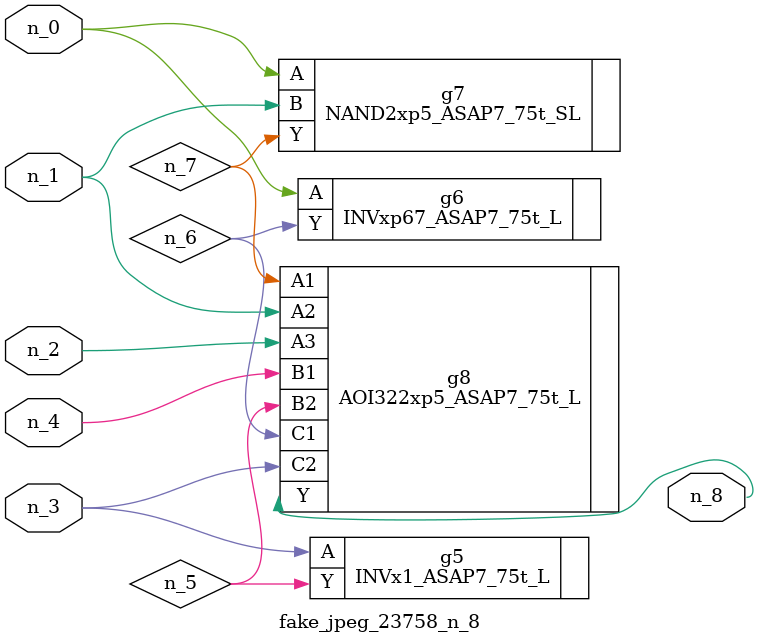
<source format=v>
module fake_jpeg_23758_n_8 (n_3, n_2, n_1, n_0, n_4, n_8);

input n_3;
input n_2;
input n_1;
input n_0;
input n_4;

output n_8;

wire n_6;
wire n_5;
wire n_7;

INVx1_ASAP7_75t_L g5 ( 
.A(n_3),
.Y(n_5)
);

INVxp67_ASAP7_75t_L g6 ( 
.A(n_0),
.Y(n_6)
);

NAND2xp5_ASAP7_75t_SL g7 ( 
.A(n_0),
.B(n_1),
.Y(n_7)
);

AOI322xp5_ASAP7_75t_L g8 ( 
.A1(n_7),
.A2(n_1),
.A3(n_2),
.B1(n_4),
.B2(n_5),
.C1(n_6),
.C2(n_3),
.Y(n_8)
);


endmodule
</source>
